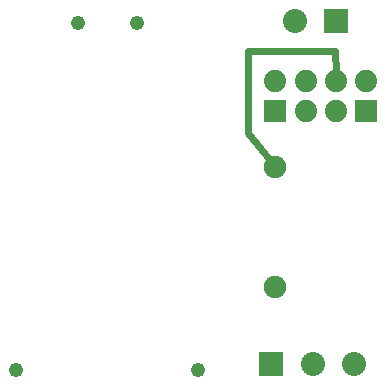
<source format=gtl>
G04 MADE WITH FRITZING*
G04 WWW.FRITZING.ORG*
G04 DOUBLE SIDED*
G04 HOLES PLATED*
G04 CONTOUR ON CENTER OF CONTOUR VECTOR*
%ASAXBY*%
%FSLAX23Y23*%
%MOIN*%
%OFA0B0*%
%SFA1.0B1.0*%
%ADD10C,0.074472*%
%ADD11C,0.047978*%
%ADD12C,0.080000*%
%ADD13C,0.075000*%
%ADD14R,0.074472X0.074108*%
%ADD15R,0.080000X0.080000*%
%ADD16C,0.024000*%
%LNCOPPER1*%
G90*
G70*
G54D10*
X1271Y963D03*
X1271Y1063D03*
X1170Y963D03*
X1170Y1063D03*
X1070Y963D03*
X1070Y1063D03*
X969Y963D03*
X969Y1063D03*
X1271Y963D03*
X1271Y1063D03*
X1170Y963D03*
X1170Y1063D03*
X1070Y963D03*
X1070Y1063D03*
X969Y963D03*
X969Y1063D03*
G54D11*
X310Y1259D03*
X508Y1259D03*
X712Y102D03*
X106Y102D03*
G54D12*
X1171Y1263D03*
X1033Y1263D03*
G54D13*
X967Y377D03*
X967Y777D03*
G54D12*
X956Y122D03*
X1094Y122D03*
X1232Y122D03*
G54D14*
X1271Y963D03*
X1271Y963D03*
X969Y963D03*
G54D15*
X1171Y1263D03*
X956Y122D03*
G54D16*
X1170Y1094D02*
X1169Y1165D01*
D02*
X1169Y1165D02*
X879Y1165D01*
D02*
X879Y1165D02*
X879Y890D01*
D02*
X879Y890D02*
X950Y800D01*
G04 End of Copper1*
M02*
</source>
